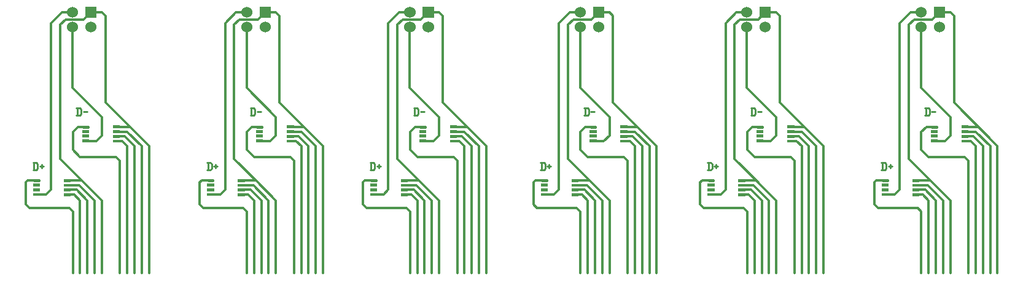
<source format=gbr>
G04 start of page 2 for group 0 idx 0 *
G04 Title: (unknown), top *
G04 Creator: pcb 20140316 *
G04 CreationDate: чт, 19-тра-2016 10:05:25 +0000 UTC *
G04 For: root *
G04 Format: Gerber/RS-274X *
G04 PCB-Dimensions (mm): 170.00 40.05 *
G04 PCB-Coordinate-Origin: lower left *
%MOMM*%
%FSLAX43Y43*%
%LNTOP*%
%ADD18C,2.286*%
%ADD17C,0.711*%
%ADD16R,0.406X0.406*%
%ADD15C,0.406*%
%ADD14C,1.524*%
%ADD13C,0.002*%
%ADD12C,0.254*%
%ADD11C,0.354*%
G54D11*X80635Y18913D02*X82000Y17548D01*
X79500Y18253D02*X80295D01*
X81000Y17548D01*
X79500Y19548D02*X81000D01*
X79500Y18913D02*X80635D01*
X78000Y23548D02*Y35548D01*
X77500Y36048D01*
X75000Y35048D02*X76000Y36048D01*
X79500Y20208D02*X81340D01*
X75258Y18278D02*X76730D01*
X77500Y19048D01*
Y21548D01*
X75258Y20234D02*X74186D01*
X73460Y25588D02*X77500Y21548D01*
X73500Y19548D02*Y17048D01*
X74500Y16048D01*
X79500D01*
X80000Y15548D01*
X70500Y13548D02*Y34548D01*
X72000Y36048D01*
X71750Y15798D02*Y34298D01*
X72500Y35048D01*
X73460Y34016D02*Y25588D01*
X72500Y35048D02*X75000D01*
X58135Y18913D02*X59500Y17548D01*
X74186Y20234D02*X73500Y19548D01*
X58500D02*X60500Y17548D01*
X68500Y12843D02*X67295D01*
X57000Y18253D02*X57795D01*
X57000Y16048D02*X57500Y15548D01*
X57795Y18253D02*X58500Y17548D01*
X57000Y19548D02*X58500D01*
X57000Y20208D02*X58840D01*
X61500Y17548D02*X55500Y23548D01*
X57000Y18913D02*X58135D01*
X107500Y17548D02*Y5048D01*
Y48D02*Y5548D01*
X106500Y17548D02*Y48D01*
X105500Y17548D02*Y48D01*
X104500Y17548D02*Y48D01*
X103500Y15548D02*Y48D01*
X103000Y18913D02*X104135D01*
X101000Y10048D02*Y48D01*
X100000Y10048D02*Y48D01*
X99000Y10048D02*Y48D01*
X98000Y10048D02*Y48D01*
X97000Y8548D02*Y48D01*
X98500Y12548D02*X95250Y15798D01*
X96500Y9048D02*X97000Y8548D01*
X96242Y10862D02*X97186D01*
X96242Y11523D02*X97525D01*
X96242Y12158D02*X97890D01*
X96242Y12818D02*X98230D01*
X97186Y10862D02*X98000Y10048D01*
X97525Y11523D02*X99000Y10048D01*
X97890Y12158D02*X100000Y10048D01*
X98230Y12818D02*X101000Y10048D01*
X93340Y10888D02*X94000Y11548D01*
X92000Y12843D02*X90795D01*
X91000Y9048D02*X96500D01*
X92000Y10888D02*X93340D01*
X90795Y12843D02*X90500Y12548D01*
Y9548D01*
X91000Y9048D01*
X72742Y10862D02*X73686D01*
X74500Y10048D01*
X72742Y11523D02*X74025D01*
X75500Y10048D01*
X72742Y12158D02*X74390D01*
X76500Y10048D01*
X72742Y12818D02*X74730D01*
X75000Y12548D02*X71750Y15798D01*
X74730Y12818D02*X77500Y10048D01*
X69840Y10888D02*X70500Y11548D01*
X67295Y12843D02*X67000Y12548D01*
Y9548D01*
X68500Y10888D02*X69840D01*
X67000Y9548D02*X67500Y9048D01*
X70500Y11548D02*Y14048D01*
X67500Y9048D02*X73000D01*
X73500Y8548D01*
X81000Y19548D02*X83000Y17548D01*
X84000D02*Y5048D01*
Y48D02*Y5548D01*
X83000Y17548D02*Y48D01*
X82000Y17548D02*Y48D01*
X81000Y17548D02*Y48D01*
X80000Y15548D02*Y48D01*
X77500Y10048D02*Y48D01*
X76500Y10048D02*Y48D01*
X75500Y10048D02*Y48D01*
X74500Y10048D02*Y48D01*
X73500Y8548D02*Y48D01*
X61500Y17548D02*Y5048D01*
Y48D02*Y5548D01*
X60500Y17548D02*Y48D01*
X59500Y17548D02*Y48D01*
X58500Y17548D02*Y48D01*
X57500Y15548D02*Y48D01*
X55000Y10048D02*Y48D01*
X54000Y10048D02*Y48D01*
X53000Y10048D02*Y48D01*
X52000Y10048D02*Y48D01*
X51000Y8548D02*Y48D01*
X55500Y23548D02*Y35548D01*
X55000Y36048D01*
X50000Y35048D02*X52500D01*
X53500Y36048D01*
X55000D02*X53500D01*
X50960Y34016D02*Y25588D01*
X48000Y34548D02*X49500Y36048D01*
X50960D01*
X49250Y34298D02*X50000Y35048D01*
X50960Y25588D02*X55000Y21548D01*
X48000Y13548D02*Y34548D01*
X49250Y15798D02*Y34298D01*
X50242Y10862D02*X51186D01*
X50242Y11523D02*X51525D01*
X50242Y12158D02*X51890D01*
X50242Y12818D02*X52230D01*
X52500Y12548D02*X49250Y15798D01*
X51186Y10862D02*X52000Y10048D01*
X51525Y11523D02*X53000Y10048D01*
X51890Y12158D02*X54000Y10048D01*
X52230Y12818D02*X55000Y10048D01*
X52758Y18278D02*X54230D01*
X55000Y19048D01*
Y21548D01*
X52758Y20234D02*X51686D01*
X51000Y19548D01*
Y17048D01*
X52000Y16048D01*
X57000D01*
X47340Y10888D02*X48000Y11548D01*
X45000Y9048D02*X50500D01*
X46000Y10888D02*X47340D01*
X48000Y11548D02*Y14048D01*
X50500Y9048D02*X51000Y8548D01*
X46000Y12843D02*X44795D01*
X44500Y12548D01*
Y9548D01*
X45000Y9048D01*
X31500Y23548D02*Y35548D01*
X31000Y36048D01*
X29500D01*
X26960Y34016D02*Y25588D01*
X26000Y35048D02*X28500D01*
X29500Y36048D01*
X24000Y34548D02*X25500Y36048D01*
X25250Y34298D02*X26000Y35048D01*
X25500Y36048D02*X26960D01*
Y25588D02*X31000Y21548D01*
X34135Y18913D02*X35500Y17548D01*
X33795Y18253D02*X34500Y17548D01*
Y19548D02*X36500Y17548D01*
X28758Y18278D02*X30230D01*
X28758Y20234D02*X27686D01*
X27000Y19548D01*
Y17048D01*
X28000Y16048D01*
X30230Y18278D02*X31000Y19048D01*
Y21548D01*
X28000Y16048D02*X33000D01*
X37500Y17548D02*X31500Y23548D01*
X33000Y18253D02*X33795D01*
X33000Y19548D02*X34500D01*
X33000Y20208D02*X34840D01*
X33000Y18913D02*X34135D01*
X24000Y13548D02*Y34548D01*
X25250Y15798D02*Y34298D01*
X23340Y10888D02*X24000Y11548D01*
X22000Y10888D02*X23340D01*
X24000Y11548D02*Y14048D01*
X22000Y12843D02*X20795D01*
X20500Y12548D01*
Y9548D01*
X21000Y9048D01*
X26500D01*
X26242Y10862D02*X27186D01*
X28000Y10048D01*
X26242Y11523D02*X27525D01*
X29000Y10048D01*
X26242Y12158D02*X27890D01*
X30000Y10048D01*
X26242Y12818D02*X28230D01*
X28500Y12548D02*X25250Y15798D01*
X28230Y12818D02*X31000Y10048D01*
X26500Y9048D02*X27000Y8548D01*
X37500Y17548D02*Y5048D01*
Y48D02*Y5548D01*
X36500Y17548D02*Y48D01*
X35500Y17548D02*Y48D01*
X34500Y17548D02*Y48D01*
X33000Y16048D02*X33500Y15548D01*
Y48D01*
X31000Y10048D02*Y48D01*
X30000Y10048D02*Y48D01*
X29000Y10048D02*Y48D01*
X28000Y10048D02*Y48D01*
X27000Y8548D02*Y48D01*
X143000Y35048D02*X145500D01*
X146500Y36048D01*
X141000Y34548D02*X142500Y36048D01*
X143960D01*
X142250Y34298D02*X143000Y35048D01*
X124500Y23548D02*Y35548D01*
X124000Y36048D01*
X122500D01*
X119960Y34016D02*Y25588D01*
X119000Y35048D02*X121500D01*
X122500Y36048D01*
X148500Y23548D02*Y35548D01*
X148000Y36048D01*
X146500D01*
X147000D01*
X143960Y34016D02*Y25588D01*
X148000Y21548D01*
X141000Y13548D02*Y34548D01*
X142250Y15798D02*Y34298D01*
X145500Y12548D02*X142250Y15798D01*
X119242Y10862D02*X120186D01*
X121000Y10048D01*
X119242Y11523D02*X120525D01*
X122000Y10048D01*
X119242Y12158D02*X120890D01*
X123000Y10048D01*
X119242Y12818D02*X121230D01*
X124000Y10048D01*
X119500Y9048D02*X120000Y8548D01*
X126000Y18253D02*X126795D01*
X126000Y19548D02*X127500D01*
X129500Y17548D01*
X126000Y20208D02*X127840D01*
X124000Y19048D02*Y21548D01*
X126000Y18913D02*X127135D01*
X126795Y18253D02*X127500Y17548D01*
X123230Y18278D02*X124000Y19048D01*
X121758Y18278D02*X123230D01*
X121758Y20234D02*X120686D01*
X120000Y19548D01*
Y17048D01*
X121000Y16048D01*
X126000D01*
X126500Y15548D01*
X130500Y17548D02*X124500Y23548D01*
X119960Y25588D02*X124000Y21548D01*
X130500Y17548D02*Y5048D01*
Y48D02*Y5548D01*
X129500Y17548D02*Y48D01*
X128500Y17548D02*Y48D01*
X127500Y17548D02*Y48D01*
X126500Y15548D02*Y48D01*
X124000Y10048D02*Y48D01*
X123000Y10048D02*Y48D01*
X122000Y10048D02*Y48D01*
X121000Y10048D02*Y48D01*
X120000Y8548D02*Y48D01*
X117000Y13548D02*Y34548D01*
X118250Y15798D02*Y34298D01*
X117000Y34548D02*X118500Y36048D01*
X118250Y34298D02*X119000Y35048D01*
X121500Y12548D02*X118250Y15798D01*
X127135Y18913D02*X128500Y17548D01*
X104135Y18913D02*X105500Y17548D01*
X104500Y19548D02*X106500Y17548D01*
X118500Y36048D02*X119960D01*
X101000D02*X99500D01*
X77500D02*X76000D01*
X72000D02*X73460D01*
X101500Y23548D02*Y35548D01*
X101000Y36048D01*
X96960Y34016D02*Y25588D01*
X96000Y35048D02*X98500D01*
X99500Y36048D01*
X94000Y34548D02*X95500Y36048D01*
X96960D01*
X95250Y34298D02*X96000Y35048D01*
X94000Y13548D02*Y34548D01*
X95250Y15798D02*Y34298D01*
X94000Y11548D02*Y14048D01*
X98758Y18278D02*X100230D01*
X101000Y19048D01*
Y21548D01*
X84000Y17548D02*X78000Y23548D01*
X96960Y25588D02*X101000Y21548D01*
X103000Y18253D02*X103795D01*
X104500Y17548D01*
X103000Y19548D02*X104500D01*
X103000Y16048D02*X103500Y15548D01*
X103000Y20208D02*X104840D01*
X98758Y20234D02*X97686D01*
X97000Y19548D01*
Y17048D01*
X98000Y16048D01*
X103000D01*
X107500Y17548D02*X101500Y23548D01*
X116340Y10888D02*X117000Y11548D01*
Y14048D01*
X115000Y10888D02*X116340D01*
X114000Y9048D02*X119500D01*
X115000Y12843D02*X113795D01*
X113500Y12548D01*
Y9548D01*
X114000Y9048D01*
X150000Y18913D02*X151135D01*
X150000Y19548D02*X151500D01*
X150000Y20208D02*X151840D01*
X148000Y19048D02*Y21548D01*
X154500Y17548D02*X148500Y23548D01*
X150000Y18253D02*X150795D01*
X151500Y17548D01*
X151135Y18913D02*X152500Y17548D01*
X151500Y19548D02*X153500Y17548D01*
X145758Y18278D02*X147230D01*
X148000Y19048D01*
X145758Y20234D02*X144686D01*
X144000Y19548D01*
Y17048D01*
X145000Y16048D01*
X150000D01*
X150500Y15548D01*
X137500Y9548D02*X138000Y9048D01*
X137500Y12548D02*Y9548D01*
X143242Y12158D02*X144890D01*
X143242Y12818D02*X145230D01*
X141000Y11548D02*Y14048D01*
X143500Y9048D02*X144000Y8548D01*
X143242Y10862D02*X144186D01*
X145000Y10048D01*
X143242Y11523D02*X144525D01*
X140340Y10888D02*X141000Y11548D01*
X139000Y10888D02*X140340D01*
X144525Y11523D02*X146000Y10048D01*
X144890Y12158D02*X147000Y10048D01*
X145230Y12818D02*X148000Y10048D01*
X139000Y12843D02*X137795D01*
X137500Y12548D01*
X138000Y9048D02*X143500D01*
X154500Y17548D02*Y5048D01*
Y48D02*Y5548D01*
X153500Y17548D02*Y48D01*
X152500Y17548D02*Y48D01*
X151500Y17548D02*Y48D01*
X150500Y15548D02*Y48D01*
X148000Y10048D02*Y48D01*
X147000Y10048D02*Y48D01*
X146000Y10048D02*Y48D01*
X145000Y10048D02*Y48D01*
X144000Y8548D02*Y48D01*
G54D12*X97627Y22794D02*Y21778D01*
X97957Y22794D02*X98135Y22616D01*
Y21956D01*
X97957Y21778D02*X98135Y21956D01*
X97500Y21778D02*X97957D01*
X97500Y22794D02*X97957D01*
X98440Y22286D02*X98948D01*
X91627Y15294D02*Y14278D01*
X91957Y15294D02*X92135Y15116D01*
Y14456D01*
X91957Y14278D02*X92135Y14456D01*
X91500Y14278D02*X91957D01*
X91500Y15294D02*X91957D01*
X92440Y14786D02*X92948D01*
X92694Y15040D02*Y14532D01*
X74127Y22794D02*Y21778D01*
X74457Y22794D02*X74635Y22616D01*
Y21956D01*
X74457Y21778D02*X74635Y21956D01*
X74000Y21778D02*X74457D01*
X74000Y22794D02*X74457D01*
X74940Y22286D02*X75448D01*
X68127Y15294D02*Y14278D01*
X68457Y15294D02*X68635Y15116D01*
Y14456D01*
X68457Y14278D02*X68635Y14456D01*
X68000Y14278D02*X68457D01*
X68000Y15294D02*X68457D01*
X68940Y14786D02*X69448D01*
X69194Y15040D02*Y14532D01*
X144627Y22794D02*Y21778D01*
X144957Y22794D02*X145135Y22616D01*
Y21956D01*
X144957Y21778D02*X145135Y21956D01*
X144500Y21778D02*X144957D01*
X144500Y22794D02*X144957D01*
X145440Y22286D02*X145948D01*
X138627Y15294D02*Y14278D01*
X138957Y15294D02*X139135Y15116D01*
Y14456D01*
X138957Y14278D02*X139135Y14456D01*
X138500Y14278D02*X138957D01*
X138500Y15294D02*X138957D01*
X139440Y14786D02*X139948D01*
X139694Y15040D02*Y14532D01*
X120627Y22794D02*Y21778D01*
X120957Y22794D02*X121135Y22616D01*
Y21956D01*
X120957Y21778D02*X121135Y21956D01*
X120500Y21778D02*X120957D01*
X120500Y22794D02*X120957D01*
X121440Y22286D02*X121948D01*
X114627Y15294D02*Y14278D01*
X114957Y15294D02*X115135Y15116D01*
Y14456D01*
X114957Y14278D02*X115135Y14456D01*
X114500Y14278D02*X114957D01*
X114500Y15294D02*X114957D01*
X115440Y14786D02*X115948D01*
X115694Y15040D02*Y14532D01*
X51627Y22794D02*Y21778D01*
X51957Y22794D02*X52135Y22616D01*
Y21956D01*
X51957Y21778D02*X52135Y21956D01*
X51500Y21778D02*X51957D01*
X51500Y22794D02*X51957D01*
X52440Y22286D02*X52948D01*
X45627Y15294D02*Y14278D01*
X45957Y15294D02*X46135Y15116D01*
Y14456D01*
X45957Y14278D02*X46135Y14456D01*
X45500Y14278D02*X45957D01*
X45500Y15294D02*X45957D01*
X46440Y14786D02*X46948D01*
X46694Y15040D02*Y14532D01*
X21627Y15294D02*Y14278D01*
X21957Y15294D02*X22135Y15116D01*
Y14456D01*
X21957Y14278D02*X22135Y14456D01*
X21500Y14278D02*X21957D01*
X21500Y15294D02*X21957D01*
X22440Y14786D02*X22948D01*
X22694Y15040D02*Y14532D01*
X27627Y22794D02*Y21778D01*
X27957Y22794D02*X28135Y22616D01*
Y21956D01*
X27957Y21778D02*X28135Y21956D01*
X27500Y21778D02*X27957D01*
X27500Y22794D02*X27957D01*
X28440Y22286D02*X28948D01*
G54D13*G36*
X145738Y36810D02*Y35286D01*
X147262D01*
Y36810D01*
X145738D01*
G37*
G54D14*X143960Y36048D03*
Y34016D03*
X146500D03*
G54D13*G36*
X75338Y36810D02*Y35286D01*
X76862D01*
Y36810D01*
X75338D01*
G37*
G54D14*X73560Y36048D03*
Y34016D03*
X73460D03*
X76100D03*
X76000D03*
G54D13*G36*
X75238Y36810D02*Y35286D01*
X76762D01*
Y36810D01*
X75238D01*
G37*
G54D14*X73460Y36048D03*
G54D13*G36*
X52738Y36810D02*Y35286D01*
X54262D01*
Y36810D01*
X52738D01*
G37*
G54D14*X50960Y36048D03*
G54D13*G36*
X28738Y36810D02*Y35286D01*
X30262D01*
Y36810D01*
X28738D01*
G37*
G54D14*X26960Y36048D03*
Y34016D03*
X29500D03*
X50960D03*
X53500D03*
X122500D03*
D03*
D03*
D03*
X119960D03*
D03*
D03*
D03*
G54D13*G36*
X121738Y36810D02*Y35286D01*
X123262D01*
Y36810D01*
X121738D01*
G37*
G36*
Y35286D01*
X123262D01*
Y36810D01*
X121738D01*
G37*
G36*
Y35286D01*
X123262D01*
Y36810D01*
X121738D01*
G37*
G36*
Y35286D01*
X123262D01*
Y36810D01*
X121738D01*
G37*
G54D14*X119960Y36048D03*
D03*
D03*
D03*
G54D13*G36*
X98738Y36810D02*Y35286D01*
X100262D01*
Y36810D01*
X98738D01*
G37*
G54D14*X96960Y36048D03*
Y34016D03*
X99500D03*
G54D15*X98479Y20234D02*X99038D01*
G54D16*X98479Y19573D02*X99038D01*
X98479Y18938D02*X99038D01*
X98479Y18278D02*X99038D01*
X102721Y18253D02*X103279D01*
X102721Y18913D02*X103279D01*
X102721Y19548D02*X103279D01*
X102721Y20208D02*X103279D01*
G54D15*X91721Y12843D02*X92279D01*
G54D16*X91721Y12183D02*X92279D01*
X91721Y11548D02*X92279D01*
X91721Y10888D02*X92279D01*
X95962Y10862D02*X96521D01*
X95962Y11523D02*X96521D01*
X95962Y12158D02*X96521D01*
X95962Y12818D02*X96521D01*
X149721Y18253D02*X150279D01*
X149721Y18913D02*X150279D01*
X149721Y19548D02*X150279D01*
G54D15*X145479Y20234D02*X146038D01*
G54D16*X145479Y19573D02*X146038D01*
X145479Y18938D02*X146038D01*
X145479Y18278D02*X146038D01*
X149721Y20208D02*X150279D01*
G54D15*X138721Y12843D02*X139279D01*
G54D16*X138721Y12183D02*X139279D01*
X138721Y11548D02*X139279D01*
X138721Y10888D02*X139279D01*
X142962Y10862D02*X143521D01*
X142962Y11523D02*X143521D01*
X142962Y12158D02*X143521D01*
X142962Y12818D02*X143521D01*
G54D15*X74979Y20234D02*X75538D01*
G54D16*X74979Y19573D02*X75538D01*
X74979Y18938D02*X75538D01*
X74979Y18278D02*X75538D01*
X79221Y18253D02*X79779D01*
X79221Y18913D02*X79779D01*
X79221Y19548D02*X79779D01*
X79221Y20208D02*X79779D01*
G54D15*X68221Y12843D02*X68779D01*
G54D16*X68221Y12183D02*X68779D01*
X68221Y11548D02*X68779D01*
X68221Y10888D02*X68779D01*
X72462Y10862D02*X73021D01*
X72462Y11523D02*X73021D01*
X72462Y12158D02*X73021D01*
X72462Y12818D02*X73021D01*
G54D15*X121479Y20234D02*X122038D01*
G54D16*X121479Y19573D02*X122038D01*
X121479Y18938D02*X122038D01*
X121479Y18278D02*X122038D01*
X125721Y18253D02*X126279D01*
X125721Y18913D02*X126279D01*
X125721Y19548D02*X126279D01*
X125721Y20208D02*X126279D01*
G54D15*X114721Y12843D02*X115279D01*
G54D16*X114721Y12183D02*X115279D01*
X114721Y11548D02*X115279D01*
X114721Y10888D02*X115279D01*
X118962Y10862D02*X119521D01*
X118962Y11523D02*X119521D01*
X118962Y12158D02*X119521D01*
X118962Y12818D02*X119521D01*
G54D15*X52479Y20234D02*X53038D01*
G54D16*X52479Y19573D02*X53038D01*
X52479Y18938D02*X53038D01*
X52479Y18278D02*X53038D01*
X56721Y18253D02*X57279D01*
X56721Y18913D02*X57279D01*
X56721Y19548D02*X57279D01*
X56721Y20208D02*X57279D01*
G54D15*X45721Y12843D02*X46279D01*
G54D16*X45721Y12183D02*X46279D01*
X45721Y11548D02*X46279D01*
X45721Y10888D02*X46279D01*
X49962Y10862D02*X50521D01*
X49962Y11523D02*X50521D01*
X49962Y12158D02*X50521D01*
X49962Y12818D02*X50521D01*
G54D15*X28479Y20234D02*X29038D01*
G54D16*X28479Y19573D02*X29038D01*
X28479Y18938D02*X29038D01*
X28479Y18278D02*X29038D01*
X32721Y18253D02*X33279D01*
X32721Y18913D02*X33279D01*
X32721Y19548D02*X33279D01*
X32721Y20208D02*X33279D01*
G54D15*X21721Y12843D02*X22279D01*
G54D16*X21721Y12183D02*X22279D01*
X21721Y11548D02*X22279D01*
X21721Y10888D02*X22279D01*
X25962Y10862D02*X26521D01*
X25962Y11523D02*X26521D01*
X25962Y12158D02*X26521D01*
X25962Y12818D02*X26521D01*
G54D17*G54D18*G54D17*G54D18*G54D17*G54D18*G54D17*G54D18*G54D17*G54D18*G54D17*G54D18*G54D17*G54D18*G54D17*G54D18*M02*

</source>
